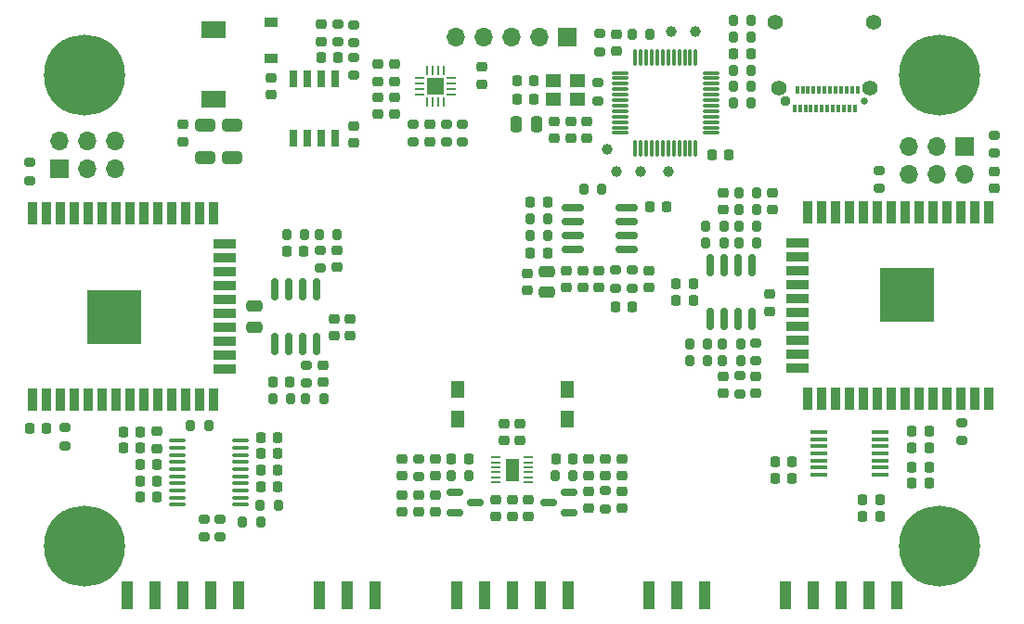
<source format=gbr>
%TF.GenerationSoftware,KiCad,Pcbnew,(6.0.0)*%
%TF.CreationDate,2022-06-06T22:40:17+03:00*%
%TF.ProjectId,basic_digital,62617369-635f-4646-9967-6974616c2e6b,rev?*%
%TF.SameCoordinates,Original*%
%TF.FileFunction,Soldermask,Top*%
%TF.FilePolarity,Negative*%
%FSLAX46Y46*%
G04 Gerber Fmt 4.6, Leading zero omitted, Abs format (unit mm)*
G04 Created by KiCad (PCBNEW (6.0.0)) date 2022-06-06 22:40:17*
%MOMM*%
%LPD*%
G01*
G04 APERTURE LIST*
G04 Aperture macros list*
%AMRoundRect*
0 Rectangle with rounded corners*
0 $1 Rounding radius*
0 $2 $3 $4 $5 $6 $7 $8 $9 X,Y pos of 4 corners*
0 Add a 4 corners polygon primitive as box body*
4,1,4,$2,$3,$4,$5,$6,$7,$8,$9,$2,$3,0*
0 Add four circle primitives for the rounded corners*
1,1,$1+$1,$2,$3*
1,1,$1+$1,$4,$5*
1,1,$1+$1,$6,$7*
1,1,$1+$1,$8,$9*
0 Add four rect primitives between the rounded corners*
20,1,$1+$1,$2,$3,$4,$5,0*
20,1,$1+$1,$4,$5,$6,$7,0*
20,1,$1+$1,$6,$7,$8,$9,0*
20,1,$1+$1,$8,$9,$2,$3,0*%
G04 Aperture macros list end*
%ADD10RoundRect,0.200000X0.200000X0.275000X-0.200000X0.275000X-0.200000X-0.275000X0.200000X-0.275000X0*%
%ADD11RoundRect,0.225000X0.225000X0.250000X-0.225000X0.250000X-0.225000X-0.250000X0.225000X-0.250000X0*%
%ADD12C,1.000000*%
%ADD13RoundRect,0.100000X-0.637500X-0.100000X0.637500X-0.100000X0.637500X0.100000X-0.637500X0.100000X0*%
%ADD14RoundRect,0.225000X0.250000X-0.225000X0.250000X0.225000X-0.250000X0.225000X-0.250000X-0.225000X0*%
%ADD15RoundRect,0.225000X-0.225000X-0.250000X0.225000X-0.250000X0.225000X0.250000X-0.225000X0.250000X0*%
%ADD16R,0.900000X2.000000*%
%ADD17R,2.000000X0.900000*%
%ADD18R,5.000000X5.000000*%
%ADD19RoundRect,0.200000X-0.200000X-0.275000X0.200000X-0.275000X0.200000X0.275000X-0.200000X0.275000X0*%
%ADD20RoundRect,0.250000X0.250000X0.475000X-0.250000X0.475000X-0.250000X-0.475000X0.250000X-0.475000X0*%
%ADD21RoundRect,0.225000X-0.250000X0.225000X-0.250000X-0.225000X0.250000X-0.225000X0.250000X0.225000X0*%
%ADD22C,7.400000*%
%ADD23RoundRect,0.150000X-0.587500X-0.150000X0.587500X-0.150000X0.587500X0.150000X-0.587500X0.150000X0*%
%ADD24RoundRect,0.250000X0.475000X-0.250000X0.475000X0.250000X-0.475000X0.250000X-0.475000X-0.250000X0*%
%ADD25R,1.400000X1.200000*%
%ADD26R,1.700000X1.700000*%
%ADD27O,1.700000X1.700000*%
%ADD28RoundRect,0.200000X-0.275000X0.200000X-0.275000X-0.200000X0.275000X-0.200000X0.275000X0.200000X0*%
%ADD29R,1.200000X0.900000*%
%ADD30R,1.000000X2.500000*%
%ADD31RoundRect,0.200000X0.275000X-0.200000X0.275000X0.200000X-0.275000X0.200000X-0.275000X-0.200000X0*%
%ADD32RoundRect,0.150000X0.587500X0.150000X-0.587500X0.150000X-0.587500X-0.150000X0.587500X-0.150000X0*%
%ADD33R,1.200000X1.500000*%
%ADD34R,1.600000X0.350000*%
%ADD35RoundRect,0.075000X-0.662500X-0.075000X0.662500X-0.075000X0.662500X0.075000X-0.662500X0.075000X0*%
%ADD36RoundRect,0.075000X-0.075000X-0.662500X0.075000X-0.662500X0.075000X0.662500X-0.075000X0.662500X0*%
%ADD37R,0.850000X0.250000*%
%ADD38R,1.310000X2.120000*%
%ADD39RoundRect,0.250000X-0.650000X0.325000X-0.650000X-0.325000X0.650000X-0.325000X0.650000X0.325000X0*%
%ADD40RoundRect,0.150000X0.150000X-0.825000X0.150000X0.825000X-0.150000X0.825000X-0.150000X-0.825000X0*%
%ADD41C,0.650000*%
%ADD42C,0.950000*%
%ADD43R,0.300000X0.700000*%
%ADD44C,1.400000*%
%ADD45R,2.200000X1.500000*%
%ADD46R,0.650000X1.525000*%
%ADD47RoundRect,0.062500X0.375000X0.062500X-0.375000X0.062500X-0.375000X-0.062500X0.375000X-0.062500X0*%
%ADD48RoundRect,0.062500X0.062500X0.375000X-0.062500X0.375000X-0.062500X-0.375000X0.062500X-0.375000X0*%
%ADD49R,1.600000X1.600000*%
%ADD50RoundRect,0.150000X-0.825000X-0.150000X0.825000X-0.150000X0.825000X0.150000X-0.825000X0.150000X0*%
%ADD51RoundRect,0.250000X-0.475000X0.250000X-0.475000X-0.250000X0.475000X-0.250000X0.475000X0.250000X0*%
%ADD52RoundRect,0.150000X-0.150000X0.825000X-0.150000X-0.825000X0.150000X-0.825000X0.150000X0.825000X0*%
G04 APERTURE END LIST*
D10*
%TO.C,R23*%
X131825000Y31480000D03*
X130175000Y31480000D03*
%TD*%
D11*
%TO.C,C52*%
X187025000Y28500000D03*
X185475000Y28500000D03*
%TD*%
D12*
%TO.C,TP5*%
X158500000Y52250000D03*
%TD*%
D13*
%TO.C,U4*%
X118500000Y27650000D03*
X118500000Y27000000D03*
X118500000Y26350000D03*
X118500000Y25700000D03*
X118500000Y25050000D03*
X118500000Y24400000D03*
X118500000Y23750000D03*
X118500000Y23100000D03*
X118500000Y22450000D03*
X118500000Y21800000D03*
X124225000Y21800000D03*
X124225000Y22450000D03*
X124225000Y23100000D03*
X124225000Y23750000D03*
X124225000Y24400000D03*
X124225000Y25050000D03*
X124225000Y25700000D03*
X124225000Y26350000D03*
X124225000Y27000000D03*
X124225000Y27650000D03*
%TD*%
D14*
%TO.C,C7*%
X136750000Y60475000D03*
X136750000Y62025000D03*
%TD*%
D15*
%TO.C,C73*%
X150675000Y44750000D03*
X152225000Y44750000D03*
%TD*%
D16*
%TO.C,U7*%
X105240000Y31420000D03*
X106510000Y31420000D03*
X107780000Y31420000D03*
X109050000Y31420000D03*
X110320000Y31420000D03*
X111590000Y31420000D03*
X112860000Y31420000D03*
X114130000Y31420000D03*
X115400000Y31420000D03*
X116670000Y31420000D03*
X117940000Y31420000D03*
X119210000Y31420000D03*
X120480000Y31420000D03*
X121750000Y31420000D03*
D17*
X122750000Y34205000D03*
X122750000Y35475000D03*
X122750000Y36745000D03*
X122750000Y38015000D03*
X122750000Y39285000D03*
X122750000Y40555000D03*
X122750000Y41825000D03*
X122750000Y43095000D03*
X122750000Y44365000D03*
X122750000Y45635000D03*
D16*
X121750000Y48420000D03*
X120480000Y48420000D03*
X119210000Y48420000D03*
X117940000Y48420000D03*
X116670000Y48420000D03*
X115400000Y48420000D03*
X114130000Y48420000D03*
X112860000Y48420000D03*
X111590000Y48420000D03*
X110320000Y48420000D03*
X109050000Y48420000D03*
X107780000Y48420000D03*
X106510000Y48420000D03*
X105240000Y48420000D03*
D18*
X112740000Y38920000D03*
%TD*%
D14*
%TO.C,C44*%
X134250000Y37225000D03*
X134250000Y38775000D03*
%TD*%
D19*
%TO.C,R34*%
X168175000Y35000000D03*
X169825000Y35000000D03*
%TD*%
D20*
%TO.C,FB1*%
X151250000Y56550000D03*
X149350000Y56550000D03*
%TD*%
D21*
%TO.C,C20*%
X139000000Y25975000D03*
X139000000Y24425000D03*
%TD*%
D10*
%TO.C,R40*%
X169825000Y36500000D03*
X168175000Y36500000D03*
%TD*%
D22*
%TO.C,H4*%
X188000000Y61000000D03*
%TD*%
D10*
%TO.C,R52*%
X121325000Y29000000D03*
X119675000Y29000000D03*
%TD*%
D23*
%TO.C,Q2*%
X143812500Y22950000D03*
X143812500Y21050000D03*
X145687500Y22000000D03*
%TD*%
D14*
%TO.C,C25*%
X159000000Y24475000D03*
X159000000Y26025000D03*
%TD*%
D10*
%TO.C,R24*%
X133075000Y46500000D03*
X131425000Y46500000D03*
%TD*%
D24*
%TO.C,C39*%
X125500000Y38050000D03*
X125500000Y39950000D03*
%TD*%
D11*
%TO.C,C41*%
X127637500Y24975000D03*
X126087500Y24975000D03*
%TD*%
D25*
%TO.C,Y1*%
X152800000Y58800000D03*
X155000000Y58800000D03*
X155000000Y60500000D03*
X152800000Y60500000D03*
%TD*%
D26*
%TO.C,J5*%
X190290000Y54540000D03*
D27*
X190290000Y52000000D03*
X187750000Y54540000D03*
X187750000Y52000000D03*
X185210000Y54540000D03*
X185210000Y52000000D03*
%TD*%
D11*
%TO.C,C45*%
X128755000Y32980000D03*
X127205000Y32980000D03*
%TD*%
D14*
%TO.C,C5*%
X149750000Y27675000D03*
X149750000Y29225000D03*
%TD*%
D11*
%TO.C,C34*%
X127637500Y26475000D03*
X126087500Y26475000D03*
%TD*%
D21*
%TO.C,C3*%
X138250000Y59025000D03*
X138250000Y57475000D03*
%TD*%
D11*
%TO.C,C74*%
X163075000Y49050000D03*
X161525000Y49050000D03*
%TD*%
D28*
%TO.C,R54*%
X193000000Y55575000D03*
X193000000Y53925000D03*
%TD*%
D10*
%TO.C,R37*%
X168325000Y47250000D03*
X166675000Y47250000D03*
%TD*%
D29*
%TO.C,D1*%
X127000000Y62600000D03*
X127000000Y65900000D03*
%TD*%
D19*
%TO.C,R33*%
X169675000Y47250000D03*
X171325000Y47250000D03*
%TD*%
D30*
%TO.C,J8*%
X154080000Y13525000D03*
X151540000Y13525000D03*
X149000000Y13525000D03*
X146460000Y13525000D03*
X143920000Y13525000D03*
%TD*%
D21*
%TO.C,C26*%
X139000000Y22725000D03*
X139000000Y21175000D03*
%TD*%
D31*
%TO.C,R30*%
X169750000Y31925000D03*
X169750000Y33575000D03*
%TD*%
D32*
%TO.C,Q1*%
X154187500Y21050000D03*
X154187500Y22950000D03*
X152312500Y22000000D03*
%TD*%
D31*
%TO.C,R56*%
X190000000Y27675000D03*
X190000000Y29325000D03*
%TD*%
D21*
%TO.C,C77*%
X155450000Y43175000D03*
X155450000Y41625000D03*
%TD*%
D15*
%TO.C,C82*%
X113562500Y28475000D03*
X115112500Y28475000D03*
%TD*%
D31*
%TO.C,R26*%
X131500000Y43425000D03*
X131500000Y45075000D03*
%TD*%
D28*
%TO.C,R55*%
X182500000Y52325000D03*
X182500000Y50675000D03*
%TD*%
D33*
%TO.C,L1*%
X144000000Y32350000D03*
X144000000Y29650000D03*
%TD*%
D21*
%TO.C,C59*%
X171250000Y33525000D03*
X171250000Y31975000D03*
%TD*%
D14*
%TO.C,C14*%
X141500000Y54975000D03*
X141500000Y56525000D03*
%TD*%
D19*
%TO.C,R1*%
X169175000Y58500000D03*
X170825000Y58500000D03*
%TD*%
D14*
%TO.C,C61*%
X168250000Y31975000D03*
X168250000Y33525000D03*
%TD*%
D19*
%TO.C,R43*%
X159925000Y64750000D03*
X161575000Y64750000D03*
%TD*%
D30*
%TO.C,J9*%
X124080000Y13525000D03*
X121540000Y13525000D03*
X119000000Y13525000D03*
X116460000Y13525000D03*
X113920000Y13525000D03*
%TD*%
D21*
%TO.C,C66*%
X154350000Y56825000D03*
X154350000Y55275000D03*
%TD*%
D10*
%TO.C,R31*%
X171325000Y48750000D03*
X169675000Y48750000D03*
%TD*%
D19*
%TO.C,R35*%
X166675000Y45750000D03*
X168325000Y45750000D03*
%TD*%
D33*
%TO.C,L2*%
X154000000Y29650000D03*
X154000000Y32350000D03*
%TD*%
D21*
%TO.C,C68*%
X119000000Y56525000D03*
X119000000Y54975000D03*
%TD*%
D28*
%TO.C,R25*%
X130250000Y34575000D03*
X130250000Y32925000D03*
%TD*%
D34*
%TO.C,IC3*%
X182550000Y24550000D03*
X182550000Y25200000D03*
X182550000Y25850000D03*
X182550000Y26500000D03*
X182550000Y27150000D03*
X182550000Y27800000D03*
X182550000Y28450000D03*
X176950000Y28450000D03*
X176950000Y27800000D03*
X176950000Y27150000D03*
X176950000Y26500000D03*
X176950000Y25850000D03*
X176950000Y25200000D03*
X176950000Y24550000D03*
%TD*%
D21*
%TO.C,C75*%
X153950000Y43175000D03*
X153950000Y41625000D03*
%TD*%
D14*
%TO.C,C23*%
X142000000Y24425000D03*
X142000000Y25975000D03*
%TD*%
D11*
%TO.C,C35*%
X127637500Y27975000D03*
X126087500Y27975000D03*
%TD*%
D19*
%TO.C,R41*%
X169175000Y64500000D03*
X170825000Y64500000D03*
%TD*%
D14*
%TO.C,C27*%
X150510000Y20725000D03*
X150510000Y22275000D03*
%TD*%
D26*
%TO.C,J2*%
X154040000Y64500000D03*
D27*
X151500000Y64500000D03*
X148960000Y64500000D03*
X146420000Y64500000D03*
X143880000Y64500000D03*
%TD*%
D14*
%TO.C,C72*%
X161450000Y41625000D03*
X161450000Y43175000D03*
%TD*%
D11*
%TO.C,C78*%
X106525000Y28750000D03*
X104975000Y28750000D03*
%TD*%
D35*
%TO.C,U1*%
X158837500Y61250000D03*
X158837500Y60750000D03*
X158837500Y60250000D03*
X158837500Y59750000D03*
X158837500Y59250000D03*
X158837500Y58750000D03*
X158837500Y58250000D03*
X158837500Y57750000D03*
X158837500Y57250000D03*
X158837500Y56750000D03*
X158837500Y56250000D03*
X158837500Y55750000D03*
D36*
X160250000Y54337500D03*
X160750000Y54337500D03*
X161250000Y54337500D03*
X161750000Y54337500D03*
X162250000Y54337500D03*
X162750000Y54337500D03*
X163250000Y54337500D03*
X163750000Y54337500D03*
X164250000Y54337500D03*
X164750000Y54337500D03*
X165250000Y54337500D03*
X165750000Y54337500D03*
D35*
X167162500Y55750000D03*
X167162500Y56250000D03*
X167162500Y56750000D03*
X167162500Y57250000D03*
X167162500Y57750000D03*
X167162500Y58250000D03*
X167162500Y58750000D03*
X167162500Y59250000D03*
X167162500Y59750000D03*
X167162500Y60250000D03*
X167162500Y60750000D03*
X167162500Y61250000D03*
D36*
X165750000Y62662500D03*
X165250000Y62662500D03*
X164750000Y62662500D03*
X164250000Y62662500D03*
X163750000Y62662500D03*
X163250000Y62662500D03*
X162750000Y62662500D03*
X162250000Y62662500D03*
X161750000Y62662500D03*
X161250000Y62662500D03*
X160750000Y62662500D03*
X160250000Y62662500D03*
%TD*%
D31*
%TO.C,R11*%
X134600000Y64000000D03*
X134600000Y65650000D03*
%TD*%
D21*
%TO.C,C60*%
X172750000Y50275000D03*
X172750000Y48725000D03*
%TD*%
D15*
%TO.C,C64*%
X167225000Y53750000D03*
X168775000Y53750000D03*
%TD*%
D30*
%TO.C,J10*%
X184080000Y13525000D03*
X181540000Y13525000D03*
X179000000Y13525000D03*
X176460000Y13525000D03*
X173920000Y13525000D03*
%TD*%
D19*
%TO.C,R18*%
X124425000Y20200000D03*
X126075000Y20200000D03*
%TD*%
D21*
%TO.C,C79*%
X193000000Y52275000D03*
X193000000Y50725000D03*
%TD*%
D10*
%TO.C,R29*%
X171325000Y50250000D03*
X169675000Y50250000D03*
%TD*%
D14*
%TO.C,C58*%
X168250000Y48725000D03*
X168250000Y50275000D03*
%TD*%
%TO.C,C37*%
X116587500Y26950000D03*
X116587500Y28500000D03*
%TD*%
D12*
%TO.C,TP4*%
X157700000Y54250000D03*
%TD*%
D28*
%TO.C,R48*%
X159950000Y43225000D03*
X159950000Y41575000D03*
%TD*%
%TO.C,R53*%
X105000000Y53075000D03*
X105000000Y51425000D03*
%TD*%
D11*
%TO.C,C70*%
X152225000Y49400000D03*
X150675000Y49400000D03*
%TD*%
D12*
%TO.C,TP3*%
X163500000Y65000000D03*
%TD*%
D28*
%TO.C,R14*%
X157500000Y23075000D03*
X157500000Y21425000D03*
%TD*%
%TO.C,R51*%
X108250000Y28825000D03*
X108250000Y27175000D03*
%TD*%
D21*
%TO.C,C65*%
X155850000Y56825000D03*
X155850000Y55275000D03*
%TD*%
D37*
%TO.C,IC1*%
X147550000Y26125000D03*
X147550000Y25675000D03*
X147550000Y25225000D03*
X147550000Y24775000D03*
X147550000Y24325000D03*
X147550000Y23875000D03*
X150450000Y23875000D03*
X150450000Y24325000D03*
X150450000Y24775000D03*
X150450000Y25225000D03*
X150450000Y25675000D03*
X150450000Y26125000D03*
D38*
X149000000Y25000000D03*
%TD*%
D15*
%TO.C,C51*%
X180975000Y20750000D03*
X182525000Y20750000D03*
%TD*%
D11*
%TO.C,C69*%
X159975000Y39900000D03*
X158425000Y39900000D03*
%TD*%
D10*
%TO.C,R39*%
X171325000Y45750000D03*
X169675000Y45750000D03*
%TD*%
%TO.C,R17*%
X145075000Y24500000D03*
X143425000Y24500000D03*
%TD*%
D39*
%TO.C,C15*%
X121000000Y56475000D03*
X121000000Y53525000D03*
%TD*%
D11*
%TO.C,C63*%
X174525000Y24250000D03*
X172975000Y24250000D03*
%TD*%
D14*
%TO.C,C76*%
X150400000Y41375000D03*
X150400000Y42925000D03*
%TD*%
D19*
%TO.C,R4*%
X169175000Y66000000D03*
X170825000Y66000000D03*
%TD*%
D30*
%TO.C,J3*%
X136540000Y13525000D03*
X134000000Y13525000D03*
X131460000Y13525000D03*
%TD*%
D15*
%TO.C,C36*%
X115062500Y22475000D03*
X116612500Y22475000D03*
%TD*%
D31*
%TO.C,R6*%
X133100000Y64075000D03*
X133100000Y65725000D03*
%TD*%
D12*
%TO.C,TP2*%
X165750000Y65000000D03*
%TD*%
D40*
%TO.C,U5*%
X127345000Y36525000D03*
X128615000Y36525000D03*
X129885000Y36525000D03*
X131155000Y36525000D03*
X131155000Y41475000D03*
X129885000Y41475000D03*
X128615000Y41475000D03*
X127345000Y41475000D03*
%TD*%
D21*
%TO.C,C8*%
X127000000Y60775000D03*
X127000000Y59225000D03*
%TD*%
%TO.C,C16*%
X146250000Y61775000D03*
X146250000Y60225000D03*
%TD*%
D15*
%TO.C,C40*%
X115062500Y23975000D03*
X116612500Y23975000D03*
%TD*%
D14*
%TO.C,C28*%
X157500000Y24475000D03*
X157500000Y26025000D03*
%TD*%
D19*
%TO.C,R3*%
X169175000Y61500000D03*
X170825000Y61500000D03*
%TD*%
D11*
%TO.C,C62*%
X174525000Y25750000D03*
X172975000Y25750000D03*
%TD*%
D12*
%TO.C,TP6*%
X160750000Y52250000D03*
%TD*%
D41*
%TO.C,J1*%
X181100000Y58640000D03*
D42*
X173900000Y58640000D03*
D43*
X180250000Y57980000D03*
X179750000Y57980000D03*
X179250000Y57980000D03*
X178750000Y57980000D03*
X178250000Y57980000D03*
X177750000Y57980000D03*
X177250000Y57980000D03*
X176750000Y57980000D03*
X176250000Y57980000D03*
X175750000Y57980000D03*
X175250000Y57980000D03*
X174750000Y57980000D03*
X175000000Y59680000D03*
X175500000Y59680000D03*
X176000000Y59680000D03*
X176500000Y59680000D03*
X177000000Y59680000D03*
X177500000Y59680000D03*
X178000000Y59680000D03*
X178500000Y59680000D03*
X179000000Y59680000D03*
X179500000Y59680000D03*
X180000000Y59680000D03*
X180500000Y59680000D03*
D44*
X181990000Y65840000D03*
X181630000Y59890000D03*
X173370000Y59890000D03*
X173010000Y65840000D03*
%TD*%
D11*
%TO.C,C54*%
X187025000Y27000000D03*
X185475000Y27000000D03*
%TD*%
D14*
%TO.C,C31*%
X156000000Y24475000D03*
X156000000Y26025000D03*
%TD*%
D19*
%TO.C,R22*%
X128425000Y46480000D03*
X130075000Y46480000D03*
%TD*%
D14*
%TO.C,C1*%
X158500000Y63225000D03*
X158500000Y64775000D03*
%TD*%
D30*
%TO.C,J6*%
X166540000Y13525000D03*
X164000000Y13525000D03*
X161460000Y13525000D03*
%TD*%
D21*
%TO.C,C22*%
X156000000Y23025000D03*
X156000000Y21475000D03*
%TD*%
D28*
%TO.C,R45*%
X157000000Y64825000D03*
X157000000Y63175000D03*
%TD*%
D21*
%TO.C,C6*%
X136750000Y59025000D03*
X136750000Y57475000D03*
%TD*%
D28*
%TO.C,R44*%
X156850000Y60325000D03*
X156850000Y58675000D03*
%TD*%
D22*
%TO.C,H3*%
X110000000Y18000000D03*
%TD*%
D31*
%TO.C,R10*%
X134600000Y61000000D03*
X134600000Y62650000D03*
%TD*%
D14*
%TO.C,C9*%
X134600000Y54875000D03*
X134600000Y56425000D03*
%TD*%
D15*
%TO.C,C12*%
X131575000Y62650000D03*
X133125000Y62650000D03*
%TD*%
D45*
%TO.C,L3*%
X121750000Y65200000D03*
X121750000Y58800000D03*
%TD*%
D28*
%TO.C,R32*%
X171250000Y36575000D03*
X171250000Y34925000D03*
%TD*%
D46*
%TO.C,IC2*%
X129095000Y55288000D03*
X130365000Y55288000D03*
X131635000Y55288000D03*
X132905000Y55288000D03*
X132905000Y60712000D03*
X131635000Y60712000D03*
X130365000Y60712000D03*
X129095000Y60712000D03*
%TD*%
D14*
%TO.C,C48*%
X133000000Y43475000D03*
X133000000Y45025000D03*
%TD*%
D26*
%TO.C,J4*%
X107725000Y52475000D03*
D27*
X107725000Y55015000D03*
X110265000Y52475000D03*
X110265000Y55015000D03*
X112805000Y52475000D03*
X112805000Y55015000D03*
%TD*%
D12*
%TO.C,TP1*%
X163250000Y52250000D03*
%TD*%
D31*
%TO.C,R47*%
X158450000Y41575000D03*
X158450000Y43225000D03*
%TD*%
D16*
%TO.C,U8*%
X192500000Y48500000D03*
X191230000Y48500000D03*
X189960000Y48500000D03*
X188690000Y48500000D03*
X187420000Y48500000D03*
X186150000Y48500000D03*
X184880000Y48500000D03*
X183610000Y48500000D03*
X182340000Y48500000D03*
X181070000Y48500000D03*
X179800000Y48500000D03*
X178530000Y48500000D03*
X177260000Y48500000D03*
X175990000Y48500000D03*
D17*
X174990000Y45715000D03*
X174990000Y44445000D03*
X174990000Y43175000D03*
X174990000Y41905000D03*
X174990000Y40635000D03*
X174990000Y39365000D03*
X174990000Y38095000D03*
X174990000Y36825000D03*
X174990000Y35555000D03*
X174990000Y34285000D03*
D16*
X175990000Y31500000D03*
X177260000Y31500000D03*
X178530000Y31500000D03*
X179800000Y31500000D03*
X181070000Y31500000D03*
X182340000Y31500000D03*
X183610000Y31500000D03*
X184880000Y31500000D03*
X186150000Y31500000D03*
X187420000Y31500000D03*
X188690000Y31500000D03*
X189960000Y31500000D03*
X191230000Y31500000D03*
X192500000Y31500000D03*
D18*
X185000000Y41000000D03*
%TD*%
D47*
%TO.C,U3*%
X143437500Y59250000D03*
X143437500Y59750000D03*
X143437500Y60250000D03*
X143437500Y60750000D03*
D48*
X142750000Y61437500D03*
X142250000Y61437500D03*
X141750000Y61437500D03*
X141250000Y61437500D03*
D47*
X140562500Y60750000D03*
X140562500Y60250000D03*
X140562500Y59750000D03*
X140562500Y59250000D03*
D48*
X141250000Y58562500D03*
X141750000Y58562500D03*
X142250000Y58562500D03*
X142750000Y58562500D03*
D49*
X142000000Y60000000D03*
%TD*%
D14*
%TO.C,C33*%
X147500000Y20725000D03*
X147500000Y22275000D03*
%TD*%
D21*
%TO.C,C47*%
X131750000Y34525000D03*
X131750000Y32975000D03*
%TD*%
D14*
%TO.C,C17*%
X138250000Y60475000D03*
X138250000Y62025000D03*
%TD*%
D19*
%TO.C,R21*%
X127175000Y31500000D03*
X128825000Y31500000D03*
%TD*%
D10*
%TO.C,R49*%
X152275000Y46400000D03*
X150625000Y46400000D03*
%TD*%
D50*
%TO.C,U2*%
X154525000Y48905000D03*
X154525000Y47635000D03*
X154525000Y46365000D03*
X154525000Y45095000D03*
X159475000Y45095000D03*
X159475000Y46365000D03*
X159475000Y47635000D03*
X159475000Y48905000D03*
%TD*%
D22*
%TO.C,H1*%
X188000000Y18000000D03*
%TD*%
D14*
%TO.C,C13*%
X131600000Y64125000D03*
X131600000Y65675000D03*
%TD*%
D11*
%TO.C,C43*%
X127637500Y23475000D03*
X126087500Y23475000D03*
%TD*%
%TO.C,C49*%
X187025000Y23750000D03*
X185475000Y23750000D03*
%TD*%
D19*
%TO.C,R42*%
X126037500Y21750000D03*
X127687500Y21750000D03*
%TD*%
D15*
%TO.C,C81*%
X149425000Y58800000D03*
X150975000Y58800000D03*
%TD*%
D11*
%TO.C,C56*%
X165525000Y42000000D03*
X163975000Y42000000D03*
%TD*%
D31*
%TO.C,R15*%
X140500000Y24375000D03*
X140500000Y26025000D03*
%TD*%
D51*
%TO.C,FB2*%
X152200000Y43100000D03*
X152200000Y41200000D03*
%TD*%
D14*
%TO.C,C42*%
X132750000Y37225000D03*
X132750000Y38775000D03*
%TD*%
D31*
%TO.C,R8*%
X143000000Y54925000D03*
X143000000Y56575000D03*
%TD*%
D11*
%TO.C,C46*%
X130025000Y44980000D03*
X128475000Y44980000D03*
%TD*%
D28*
%TO.C,R9*%
X144500000Y56575000D03*
X144500000Y54925000D03*
%TD*%
D11*
%TO.C,C57*%
X165525000Y40500000D03*
X163975000Y40500000D03*
%TD*%
D15*
%TO.C,C53*%
X180975000Y22250000D03*
X182525000Y22250000D03*
%TD*%
D39*
%TO.C,C84*%
X123500000Y56475000D03*
X123500000Y53525000D03*
%TD*%
D21*
%TO.C,C19*%
X159000000Y23025000D03*
X159000000Y21475000D03*
%TD*%
D19*
%TO.C,R2*%
X169175000Y60000000D03*
X170825000Y60000000D03*
%TD*%
D15*
%TO.C,C83*%
X113562500Y26975000D03*
X115112500Y26975000D03*
%TD*%
%TO.C,C2*%
X169225000Y63000000D03*
X170775000Y63000000D03*
%TD*%
D19*
%TO.C,R36*%
X165175000Y36500000D03*
X166825000Y36500000D03*
%TD*%
D14*
%TO.C,C55*%
X172500000Y39475000D03*
X172500000Y41025000D03*
%TD*%
D21*
%TO.C,C32*%
X142000000Y22725000D03*
X142000000Y21175000D03*
%TD*%
D52*
%TO.C,U6*%
X170905000Y43725000D03*
X169635000Y43725000D03*
X168365000Y43725000D03*
X167095000Y43725000D03*
X167095000Y38775000D03*
X168365000Y38775000D03*
X169635000Y38775000D03*
X170905000Y38775000D03*
%TD*%
D15*
%TO.C,C10*%
X152975000Y26000000D03*
X154525000Y26000000D03*
%TD*%
D19*
%TO.C,R46*%
X150625000Y47900000D03*
X152275000Y47900000D03*
%TD*%
D21*
%TO.C,C67*%
X152850000Y56825000D03*
X152850000Y55275000D03*
%TD*%
D10*
%TO.C,R38*%
X166825000Y35000000D03*
X165175000Y35000000D03*
%TD*%
%TO.C,R50*%
X157200000Y50650000D03*
X155550000Y50650000D03*
%TD*%
D22*
%TO.C,H2*%
X110000000Y61000000D03*
%TD*%
D14*
%TO.C,C30*%
X149010000Y20725000D03*
X149010000Y22275000D03*
%TD*%
D19*
%TO.C,R16*%
X152925000Y24500000D03*
X154575000Y24500000D03*
%TD*%
D21*
%TO.C,C29*%
X140500000Y22725000D03*
X140500000Y21175000D03*
%TD*%
D15*
%TO.C,C38*%
X115062500Y25475000D03*
X116612500Y25475000D03*
%TD*%
D28*
%TO.C,R7*%
X140000000Y56575000D03*
X140000000Y54925000D03*
%TD*%
D11*
%TO.C,C11*%
X145025000Y26000000D03*
X143475000Y26000000D03*
%TD*%
D14*
%TO.C,C4*%
X148250000Y27675000D03*
X148250000Y29225000D03*
%TD*%
D15*
%TO.C,C80*%
X149425000Y60500000D03*
X150975000Y60500000D03*
%TD*%
D21*
%TO.C,C71*%
X156950000Y43175000D03*
X156950000Y41625000D03*
%TD*%
D31*
%TO.C,R20*%
X120900000Y18875000D03*
X120900000Y20525000D03*
%TD*%
D11*
%TO.C,C50*%
X187025000Y25250000D03*
X185475000Y25250000D03*
%TD*%
D31*
%TO.C,R19*%
X122400000Y18875000D03*
X122400000Y20525000D03*
%TD*%
M02*

</source>
